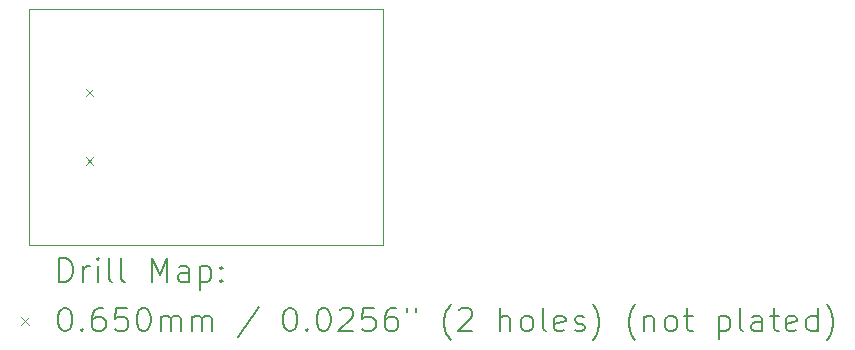
<source format=gbr>
%TF.GenerationSoftware,KiCad,Pcbnew,8.0.3-8.0.3-0~ubuntu24.04.1*%
%TF.CreationDate,2024-07-06T11:56:43-06:00*%
%TF.ProjectId,esp-prog,6573702d-7072-46f6-972e-6b696361645f,rev?*%
%TF.SameCoordinates,Original*%
%TF.FileFunction,Drillmap*%
%TF.FilePolarity,Positive*%
%FSLAX45Y45*%
G04 Gerber Fmt 4.5, Leading zero omitted, Abs format (unit mm)*
G04 Created by KiCad (PCBNEW 8.0.3-8.0.3-0~ubuntu24.04.1) date 2024-07-06 11:56:43*
%MOMM*%
%LPD*%
G01*
G04 APERTURE LIST*
%ADD10C,0.050000*%
%ADD11C,0.200000*%
%ADD12C,0.100000*%
G04 APERTURE END LIST*
D10*
X2000000Y-2000000D02*
X5000000Y-2000000D01*
X5000000Y-4000000D01*
X2000000Y-4000000D01*
X2000000Y-2000000D01*
D11*
D12*
X2480500Y-2678500D02*
X2545500Y-2743500D01*
X2545500Y-2678500D02*
X2480500Y-2743500D01*
X2480500Y-3256500D02*
X2545500Y-3321500D01*
X2545500Y-3256500D02*
X2480500Y-3321500D01*
D11*
X2258277Y-4313984D02*
X2258277Y-4113984D01*
X2258277Y-4113984D02*
X2305896Y-4113984D01*
X2305896Y-4113984D02*
X2334467Y-4123508D01*
X2334467Y-4123508D02*
X2353515Y-4142555D01*
X2353515Y-4142555D02*
X2363039Y-4161603D01*
X2363039Y-4161603D02*
X2372563Y-4199698D01*
X2372563Y-4199698D02*
X2372563Y-4228270D01*
X2372563Y-4228270D02*
X2363039Y-4266365D01*
X2363039Y-4266365D02*
X2353515Y-4285412D01*
X2353515Y-4285412D02*
X2334467Y-4304460D01*
X2334467Y-4304460D02*
X2305896Y-4313984D01*
X2305896Y-4313984D02*
X2258277Y-4313984D01*
X2458277Y-4313984D02*
X2458277Y-4180650D01*
X2458277Y-4218746D02*
X2467801Y-4199698D01*
X2467801Y-4199698D02*
X2477324Y-4190174D01*
X2477324Y-4190174D02*
X2496372Y-4180650D01*
X2496372Y-4180650D02*
X2515420Y-4180650D01*
X2582086Y-4313984D02*
X2582086Y-4180650D01*
X2582086Y-4113984D02*
X2572563Y-4123508D01*
X2572563Y-4123508D02*
X2582086Y-4133031D01*
X2582086Y-4133031D02*
X2591610Y-4123508D01*
X2591610Y-4123508D02*
X2582086Y-4113984D01*
X2582086Y-4113984D02*
X2582086Y-4133031D01*
X2705896Y-4313984D02*
X2686848Y-4304460D01*
X2686848Y-4304460D02*
X2677324Y-4285412D01*
X2677324Y-4285412D02*
X2677324Y-4113984D01*
X2810658Y-4313984D02*
X2791610Y-4304460D01*
X2791610Y-4304460D02*
X2782086Y-4285412D01*
X2782086Y-4285412D02*
X2782086Y-4113984D01*
X3039229Y-4313984D02*
X3039229Y-4113984D01*
X3039229Y-4113984D02*
X3105896Y-4256841D01*
X3105896Y-4256841D02*
X3172562Y-4113984D01*
X3172562Y-4113984D02*
X3172562Y-4313984D01*
X3353515Y-4313984D02*
X3353515Y-4209222D01*
X3353515Y-4209222D02*
X3343991Y-4190174D01*
X3343991Y-4190174D02*
X3324943Y-4180650D01*
X3324943Y-4180650D02*
X3286848Y-4180650D01*
X3286848Y-4180650D02*
X3267801Y-4190174D01*
X3353515Y-4304460D02*
X3334467Y-4313984D01*
X3334467Y-4313984D02*
X3286848Y-4313984D01*
X3286848Y-4313984D02*
X3267801Y-4304460D01*
X3267801Y-4304460D02*
X3258277Y-4285412D01*
X3258277Y-4285412D02*
X3258277Y-4266365D01*
X3258277Y-4266365D02*
X3267801Y-4247317D01*
X3267801Y-4247317D02*
X3286848Y-4237793D01*
X3286848Y-4237793D02*
X3334467Y-4237793D01*
X3334467Y-4237793D02*
X3353515Y-4228270D01*
X3448753Y-4180650D02*
X3448753Y-4380650D01*
X3448753Y-4190174D02*
X3467801Y-4180650D01*
X3467801Y-4180650D02*
X3505896Y-4180650D01*
X3505896Y-4180650D02*
X3524943Y-4190174D01*
X3524943Y-4190174D02*
X3534467Y-4199698D01*
X3534467Y-4199698D02*
X3543991Y-4218746D01*
X3543991Y-4218746D02*
X3543991Y-4275889D01*
X3543991Y-4275889D02*
X3534467Y-4294936D01*
X3534467Y-4294936D02*
X3524943Y-4304460D01*
X3524943Y-4304460D02*
X3505896Y-4313984D01*
X3505896Y-4313984D02*
X3467801Y-4313984D01*
X3467801Y-4313984D02*
X3448753Y-4304460D01*
X3629705Y-4294936D02*
X3639229Y-4304460D01*
X3639229Y-4304460D02*
X3629705Y-4313984D01*
X3629705Y-4313984D02*
X3620182Y-4304460D01*
X3620182Y-4304460D02*
X3629705Y-4294936D01*
X3629705Y-4294936D02*
X3629705Y-4313984D01*
X3629705Y-4190174D02*
X3639229Y-4199698D01*
X3639229Y-4199698D02*
X3629705Y-4209222D01*
X3629705Y-4209222D02*
X3620182Y-4199698D01*
X3620182Y-4199698D02*
X3629705Y-4190174D01*
X3629705Y-4190174D02*
X3629705Y-4209222D01*
D12*
X1932500Y-4610000D02*
X1997500Y-4675000D01*
X1997500Y-4610000D02*
X1932500Y-4675000D01*
D11*
X2296372Y-4533984D02*
X2315420Y-4533984D01*
X2315420Y-4533984D02*
X2334467Y-4543508D01*
X2334467Y-4543508D02*
X2343991Y-4553031D01*
X2343991Y-4553031D02*
X2353515Y-4572079D01*
X2353515Y-4572079D02*
X2363039Y-4610174D01*
X2363039Y-4610174D02*
X2363039Y-4657793D01*
X2363039Y-4657793D02*
X2353515Y-4695889D01*
X2353515Y-4695889D02*
X2343991Y-4714936D01*
X2343991Y-4714936D02*
X2334467Y-4724460D01*
X2334467Y-4724460D02*
X2315420Y-4733984D01*
X2315420Y-4733984D02*
X2296372Y-4733984D01*
X2296372Y-4733984D02*
X2277324Y-4724460D01*
X2277324Y-4724460D02*
X2267801Y-4714936D01*
X2267801Y-4714936D02*
X2258277Y-4695889D01*
X2258277Y-4695889D02*
X2248753Y-4657793D01*
X2248753Y-4657793D02*
X2248753Y-4610174D01*
X2248753Y-4610174D02*
X2258277Y-4572079D01*
X2258277Y-4572079D02*
X2267801Y-4553031D01*
X2267801Y-4553031D02*
X2277324Y-4543508D01*
X2277324Y-4543508D02*
X2296372Y-4533984D01*
X2448753Y-4714936D02*
X2458277Y-4724460D01*
X2458277Y-4724460D02*
X2448753Y-4733984D01*
X2448753Y-4733984D02*
X2439229Y-4724460D01*
X2439229Y-4724460D02*
X2448753Y-4714936D01*
X2448753Y-4714936D02*
X2448753Y-4733984D01*
X2629705Y-4533984D02*
X2591610Y-4533984D01*
X2591610Y-4533984D02*
X2572563Y-4543508D01*
X2572563Y-4543508D02*
X2563039Y-4553031D01*
X2563039Y-4553031D02*
X2543991Y-4581603D01*
X2543991Y-4581603D02*
X2534467Y-4619698D01*
X2534467Y-4619698D02*
X2534467Y-4695889D01*
X2534467Y-4695889D02*
X2543991Y-4714936D01*
X2543991Y-4714936D02*
X2553515Y-4724460D01*
X2553515Y-4724460D02*
X2572563Y-4733984D01*
X2572563Y-4733984D02*
X2610658Y-4733984D01*
X2610658Y-4733984D02*
X2629705Y-4724460D01*
X2629705Y-4724460D02*
X2639229Y-4714936D01*
X2639229Y-4714936D02*
X2648753Y-4695889D01*
X2648753Y-4695889D02*
X2648753Y-4648270D01*
X2648753Y-4648270D02*
X2639229Y-4629222D01*
X2639229Y-4629222D02*
X2629705Y-4619698D01*
X2629705Y-4619698D02*
X2610658Y-4610174D01*
X2610658Y-4610174D02*
X2572563Y-4610174D01*
X2572563Y-4610174D02*
X2553515Y-4619698D01*
X2553515Y-4619698D02*
X2543991Y-4629222D01*
X2543991Y-4629222D02*
X2534467Y-4648270D01*
X2829705Y-4533984D02*
X2734467Y-4533984D01*
X2734467Y-4533984D02*
X2724944Y-4629222D01*
X2724944Y-4629222D02*
X2734467Y-4619698D01*
X2734467Y-4619698D02*
X2753515Y-4610174D01*
X2753515Y-4610174D02*
X2801134Y-4610174D01*
X2801134Y-4610174D02*
X2820182Y-4619698D01*
X2820182Y-4619698D02*
X2829705Y-4629222D01*
X2829705Y-4629222D02*
X2839229Y-4648270D01*
X2839229Y-4648270D02*
X2839229Y-4695889D01*
X2839229Y-4695889D02*
X2829705Y-4714936D01*
X2829705Y-4714936D02*
X2820182Y-4724460D01*
X2820182Y-4724460D02*
X2801134Y-4733984D01*
X2801134Y-4733984D02*
X2753515Y-4733984D01*
X2753515Y-4733984D02*
X2734467Y-4724460D01*
X2734467Y-4724460D02*
X2724944Y-4714936D01*
X2963039Y-4533984D02*
X2982086Y-4533984D01*
X2982086Y-4533984D02*
X3001134Y-4543508D01*
X3001134Y-4543508D02*
X3010658Y-4553031D01*
X3010658Y-4553031D02*
X3020182Y-4572079D01*
X3020182Y-4572079D02*
X3029705Y-4610174D01*
X3029705Y-4610174D02*
X3029705Y-4657793D01*
X3029705Y-4657793D02*
X3020182Y-4695889D01*
X3020182Y-4695889D02*
X3010658Y-4714936D01*
X3010658Y-4714936D02*
X3001134Y-4724460D01*
X3001134Y-4724460D02*
X2982086Y-4733984D01*
X2982086Y-4733984D02*
X2963039Y-4733984D01*
X2963039Y-4733984D02*
X2943991Y-4724460D01*
X2943991Y-4724460D02*
X2934467Y-4714936D01*
X2934467Y-4714936D02*
X2924943Y-4695889D01*
X2924943Y-4695889D02*
X2915420Y-4657793D01*
X2915420Y-4657793D02*
X2915420Y-4610174D01*
X2915420Y-4610174D02*
X2924943Y-4572079D01*
X2924943Y-4572079D02*
X2934467Y-4553031D01*
X2934467Y-4553031D02*
X2943991Y-4543508D01*
X2943991Y-4543508D02*
X2963039Y-4533984D01*
X3115420Y-4733984D02*
X3115420Y-4600650D01*
X3115420Y-4619698D02*
X3124943Y-4610174D01*
X3124943Y-4610174D02*
X3143991Y-4600650D01*
X3143991Y-4600650D02*
X3172563Y-4600650D01*
X3172563Y-4600650D02*
X3191610Y-4610174D01*
X3191610Y-4610174D02*
X3201134Y-4629222D01*
X3201134Y-4629222D02*
X3201134Y-4733984D01*
X3201134Y-4629222D02*
X3210658Y-4610174D01*
X3210658Y-4610174D02*
X3229705Y-4600650D01*
X3229705Y-4600650D02*
X3258277Y-4600650D01*
X3258277Y-4600650D02*
X3277324Y-4610174D01*
X3277324Y-4610174D02*
X3286848Y-4629222D01*
X3286848Y-4629222D02*
X3286848Y-4733984D01*
X3382086Y-4733984D02*
X3382086Y-4600650D01*
X3382086Y-4619698D02*
X3391610Y-4610174D01*
X3391610Y-4610174D02*
X3410658Y-4600650D01*
X3410658Y-4600650D02*
X3439229Y-4600650D01*
X3439229Y-4600650D02*
X3458277Y-4610174D01*
X3458277Y-4610174D02*
X3467801Y-4629222D01*
X3467801Y-4629222D02*
X3467801Y-4733984D01*
X3467801Y-4629222D02*
X3477324Y-4610174D01*
X3477324Y-4610174D02*
X3496372Y-4600650D01*
X3496372Y-4600650D02*
X3524943Y-4600650D01*
X3524943Y-4600650D02*
X3543991Y-4610174D01*
X3543991Y-4610174D02*
X3553515Y-4629222D01*
X3553515Y-4629222D02*
X3553515Y-4733984D01*
X3943991Y-4524460D02*
X3772563Y-4781603D01*
X4201134Y-4533984D02*
X4220182Y-4533984D01*
X4220182Y-4533984D02*
X4239229Y-4543508D01*
X4239229Y-4543508D02*
X4248753Y-4553031D01*
X4248753Y-4553031D02*
X4258277Y-4572079D01*
X4258277Y-4572079D02*
X4267801Y-4610174D01*
X4267801Y-4610174D02*
X4267801Y-4657793D01*
X4267801Y-4657793D02*
X4258277Y-4695889D01*
X4258277Y-4695889D02*
X4248753Y-4714936D01*
X4248753Y-4714936D02*
X4239229Y-4724460D01*
X4239229Y-4724460D02*
X4220182Y-4733984D01*
X4220182Y-4733984D02*
X4201134Y-4733984D01*
X4201134Y-4733984D02*
X4182086Y-4724460D01*
X4182086Y-4724460D02*
X4172563Y-4714936D01*
X4172563Y-4714936D02*
X4163039Y-4695889D01*
X4163039Y-4695889D02*
X4153515Y-4657793D01*
X4153515Y-4657793D02*
X4153515Y-4610174D01*
X4153515Y-4610174D02*
X4163039Y-4572079D01*
X4163039Y-4572079D02*
X4172563Y-4553031D01*
X4172563Y-4553031D02*
X4182086Y-4543508D01*
X4182086Y-4543508D02*
X4201134Y-4533984D01*
X4353515Y-4714936D02*
X4363039Y-4724460D01*
X4363039Y-4724460D02*
X4353515Y-4733984D01*
X4353515Y-4733984D02*
X4343991Y-4724460D01*
X4343991Y-4724460D02*
X4353515Y-4714936D01*
X4353515Y-4714936D02*
X4353515Y-4733984D01*
X4486848Y-4533984D02*
X4505896Y-4533984D01*
X4505896Y-4533984D02*
X4524944Y-4543508D01*
X4524944Y-4543508D02*
X4534468Y-4553031D01*
X4534468Y-4553031D02*
X4543991Y-4572079D01*
X4543991Y-4572079D02*
X4553515Y-4610174D01*
X4553515Y-4610174D02*
X4553515Y-4657793D01*
X4553515Y-4657793D02*
X4543991Y-4695889D01*
X4543991Y-4695889D02*
X4534468Y-4714936D01*
X4534468Y-4714936D02*
X4524944Y-4724460D01*
X4524944Y-4724460D02*
X4505896Y-4733984D01*
X4505896Y-4733984D02*
X4486848Y-4733984D01*
X4486848Y-4733984D02*
X4467801Y-4724460D01*
X4467801Y-4724460D02*
X4458277Y-4714936D01*
X4458277Y-4714936D02*
X4448753Y-4695889D01*
X4448753Y-4695889D02*
X4439229Y-4657793D01*
X4439229Y-4657793D02*
X4439229Y-4610174D01*
X4439229Y-4610174D02*
X4448753Y-4572079D01*
X4448753Y-4572079D02*
X4458277Y-4553031D01*
X4458277Y-4553031D02*
X4467801Y-4543508D01*
X4467801Y-4543508D02*
X4486848Y-4533984D01*
X4629706Y-4553031D02*
X4639229Y-4543508D01*
X4639229Y-4543508D02*
X4658277Y-4533984D01*
X4658277Y-4533984D02*
X4705896Y-4533984D01*
X4705896Y-4533984D02*
X4724944Y-4543508D01*
X4724944Y-4543508D02*
X4734468Y-4553031D01*
X4734468Y-4553031D02*
X4743991Y-4572079D01*
X4743991Y-4572079D02*
X4743991Y-4591127D01*
X4743991Y-4591127D02*
X4734468Y-4619698D01*
X4734468Y-4619698D02*
X4620182Y-4733984D01*
X4620182Y-4733984D02*
X4743991Y-4733984D01*
X4924944Y-4533984D02*
X4829706Y-4533984D01*
X4829706Y-4533984D02*
X4820182Y-4629222D01*
X4820182Y-4629222D02*
X4829706Y-4619698D01*
X4829706Y-4619698D02*
X4848753Y-4610174D01*
X4848753Y-4610174D02*
X4896372Y-4610174D01*
X4896372Y-4610174D02*
X4915420Y-4619698D01*
X4915420Y-4619698D02*
X4924944Y-4629222D01*
X4924944Y-4629222D02*
X4934468Y-4648270D01*
X4934468Y-4648270D02*
X4934468Y-4695889D01*
X4934468Y-4695889D02*
X4924944Y-4714936D01*
X4924944Y-4714936D02*
X4915420Y-4724460D01*
X4915420Y-4724460D02*
X4896372Y-4733984D01*
X4896372Y-4733984D02*
X4848753Y-4733984D01*
X4848753Y-4733984D02*
X4829706Y-4724460D01*
X4829706Y-4724460D02*
X4820182Y-4714936D01*
X5105896Y-4533984D02*
X5067801Y-4533984D01*
X5067801Y-4533984D02*
X5048753Y-4543508D01*
X5048753Y-4543508D02*
X5039229Y-4553031D01*
X5039229Y-4553031D02*
X5020182Y-4581603D01*
X5020182Y-4581603D02*
X5010658Y-4619698D01*
X5010658Y-4619698D02*
X5010658Y-4695889D01*
X5010658Y-4695889D02*
X5020182Y-4714936D01*
X5020182Y-4714936D02*
X5029706Y-4724460D01*
X5029706Y-4724460D02*
X5048753Y-4733984D01*
X5048753Y-4733984D02*
X5086849Y-4733984D01*
X5086849Y-4733984D02*
X5105896Y-4724460D01*
X5105896Y-4724460D02*
X5115420Y-4714936D01*
X5115420Y-4714936D02*
X5124944Y-4695889D01*
X5124944Y-4695889D02*
X5124944Y-4648270D01*
X5124944Y-4648270D02*
X5115420Y-4629222D01*
X5115420Y-4629222D02*
X5105896Y-4619698D01*
X5105896Y-4619698D02*
X5086849Y-4610174D01*
X5086849Y-4610174D02*
X5048753Y-4610174D01*
X5048753Y-4610174D02*
X5029706Y-4619698D01*
X5029706Y-4619698D02*
X5020182Y-4629222D01*
X5020182Y-4629222D02*
X5010658Y-4648270D01*
X5201134Y-4533984D02*
X5201134Y-4572079D01*
X5277325Y-4533984D02*
X5277325Y-4572079D01*
X5572563Y-4810174D02*
X5563039Y-4800650D01*
X5563039Y-4800650D02*
X5543991Y-4772079D01*
X5543991Y-4772079D02*
X5534468Y-4753031D01*
X5534468Y-4753031D02*
X5524944Y-4724460D01*
X5524944Y-4724460D02*
X5515420Y-4676841D01*
X5515420Y-4676841D02*
X5515420Y-4638746D01*
X5515420Y-4638746D02*
X5524944Y-4591127D01*
X5524944Y-4591127D02*
X5534468Y-4562555D01*
X5534468Y-4562555D02*
X5543991Y-4543508D01*
X5543991Y-4543508D02*
X5563039Y-4514936D01*
X5563039Y-4514936D02*
X5572563Y-4505412D01*
X5639229Y-4553031D02*
X5648753Y-4543508D01*
X5648753Y-4543508D02*
X5667801Y-4533984D01*
X5667801Y-4533984D02*
X5715420Y-4533984D01*
X5715420Y-4533984D02*
X5734468Y-4543508D01*
X5734468Y-4543508D02*
X5743991Y-4553031D01*
X5743991Y-4553031D02*
X5753515Y-4572079D01*
X5753515Y-4572079D02*
X5753515Y-4591127D01*
X5753515Y-4591127D02*
X5743991Y-4619698D01*
X5743991Y-4619698D02*
X5629706Y-4733984D01*
X5629706Y-4733984D02*
X5753515Y-4733984D01*
X5991610Y-4733984D02*
X5991610Y-4533984D01*
X6077325Y-4733984D02*
X6077325Y-4629222D01*
X6077325Y-4629222D02*
X6067801Y-4610174D01*
X6067801Y-4610174D02*
X6048753Y-4600650D01*
X6048753Y-4600650D02*
X6020182Y-4600650D01*
X6020182Y-4600650D02*
X6001134Y-4610174D01*
X6001134Y-4610174D02*
X5991610Y-4619698D01*
X6201134Y-4733984D02*
X6182087Y-4724460D01*
X6182087Y-4724460D02*
X6172563Y-4714936D01*
X6172563Y-4714936D02*
X6163039Y-4695889D01*
X6163039Y-4695889D02*
X6163039Y-4638746D01*
X6163039Y-4638746D02*
X6172563Y-4619698D01*
X6172563Y-4619698D02*
X6182087Y-4610174D01*
X6182087Y-4610174D02*
X6201134Y-4600650D01*
X6201134Y-4600650D02*
X6229706Y-4600650D01*
X6229706Y-4600650D02*
X6248753Y-4610174D01*
X6248753Y-4610174D02*
X6258277Y-4619698D01*
X6258277Y-4619698D02*
X6267801Y-4638746D01*
X6267801Y-4638746D02*
X6267801Y-4695889D01*
X6267801Y-4695889D02*
X6258277Y-4714936D01*
X6258277Y-4714936D02*
X6248753Y-4724460D01*
X6248753Y-4724460D02*
X6229706Y-4733984D01*
X6229706Y-4733984D02*
X6201134Y-4733984D01*
X6382087Y-4733984D02*
X6363039Y-4724460D01*
X6363039Y-4724460D02*
X6353515Y-4705412D01*
X6353515Y-4705412D02*
X6353515Y-4533984D01*
X6534468Y-4724460D02*
X6515420Y-4733984D01*
X6515420Y-4733984D02*
X6477325Y-4733984D01*
X6477325Y-4733984D02*
X6458277Y-4724460D01*
X6458277Y-4724460D02*
X6448753Y-4705412D01*
X6448753Y-4705412D02*
X6448753Y-4629222D01*
X6448753Y-4629222D02*
X6458277Y-4610174D01*
X6458277Y-4610174D02*
X6477325Y-4600650D01*
X6477325Y-4600650D02*
X6515420Y-4600650D01*
X6515420Y-4600650D02*
X6534468Y-4610174D01*
X6534468Y-4610174D02*
X6543991Y-4629222D01*
X6543991Y-4629222D02*
X6543991Y-4648270D01*
X6543991Y-4648270D02*
X6448753Y-4667317D01*
X6620182Y-4724460D02*
X6639230Y-4733984D01*
X6639230Y-4733984D02*
X6677325Y-4733984D01*
X6677325Y-4733984D02*
X6696372Y-4724460D01*
X6696372Y-4724460D02*
X6705896Y-4705412D01*
X6705896Y-4705412D02*
X6705896Y-4695889D01*
X6705896Y-4695889D02*
X6696372Y-4676841D01*
X6696372Y-4676841D02*
X6677325Y-4667317D01*
X6677325Y-4667317D02*
X6648753Y-4667317D01*
X6648753Y-4667317D02*
X6629706Y-4657793D01*
X6629706Y-4657793D02*
X6620182Y-4638746D01*
X6620182Y-4638746D02*
X6620182Y-4629222D01*
X6620182Y-4629222D02*
X6629706Y-4610174D01*
X6629706Y-4610174D02*
X6648753Y-4600650D01*
X6648753Y-4600650D02*
X6677325Y-4600650D01*
X6677325Y-4600650D02*
X6696372Y-4610174D01*
X6772563Y-4810174D02*
X6782087Y-4800650D01*
X6782087Y-4800650D02*
X6801134Y-4772079D01*
X6801134Y-4772079D02*
X6810658Y-4753031D01*
X6810658Y-4753031D02*
X6820182Y-4724460D01*
X6820182Y-4724460D02*
X6829706Y-4676841D01*
X6829706Y-4676841D02*
X6829706Y-4638746D01*
X6829706Y-4638746D02*
X6820182Y-4591127D01*
X6820182Y-4591127D02*
X6810658Y-4562555D01*
X6810658Y-4562555D02*
X6801134Y-4543508D01*
X6801134Y-4543508D02*
X6782087Y-4514936D01*
X6782087Y-4514936D02*
X6772563Y-4505412D01*
X7134468Y-4810174D02*
X7124944Y-4800650D01*
X7124944Y-4800650D02*
X7105896Y-4772079D01*
X7105896Y-4772079D02*
X7096372Y-4753031D01*
X7096372Y-4753031D02*
X7086849Y-4724460D01*
X7086849Y-4724460D02*
X7077325Y-4676841D01*
X7077325Y-4676841D02*
X7077325Y-4638746D01*
X7077325Y-4638746D02*
X7086849Y-4591127D01*
X7086849Y-4591127D02*
X7096372Y-4562555D01*
X7096372Y-4562555D02*
X7105896Y-4543508D01*
X7105896Y-4543508D02*
X7124944Y-4514936D01*
X7124944Y-4514936D02*
X7134468Y-4505412D01*
X7210658Y-4600650D02*
X7210658Y-4733984D01*
X7210658Y-4619698D02*
X7220182Y-4610174D01*
X7220182Y-4610174D02*
X7239230Y-4600650D01*
X7239230Y-4600650D02*
X7267801Y-4600650D01*
X7267801Y-4600650D02*
X7286849Y-4610174D01*
X7286849Y-4610174D02*
X7296372Y-4629222D01*
X7296372Y-4629222D02*
X7296372Y-4733984D01*
X7420182Y-4733984D02*
X7401134Y-4724460D01*
X7401134Y-4724460D02*
X7391611Y-4714936D01*
X7391611Y-4714936D02*
X7382087Y-4695889D01*
X7382087Y-4695889D02*
X7382087Y-4638746D01*
X7382087Y-4638746D02*
X7391611Y-4619698D01*
X7391611Y-4619698D02*
X7401134Y-4610174D01*
X7401134Y-4610174D02*
X7420182Y-4600650D01*
X7420182Y-4600650D02*
X7448753Y-4600650D01*
X7448753Y-4600650D02*
X7467801Y-4610174D01*
X7467801Y-4610174D02*
X7477325Y-4619698D01*
X7477325Y-4619698D02*
X7486849Y-4638746D01*
X7486849Y-4638746D02*
X7486849Y-4695889D01*
X7486849Y-4695889D02*
X7477325Y-4714936D01*
X7477325Y-4714936D02*
X7467801Y-4724460D01*
X7467801Y-4724460D02*
X7448753Y-4733984D01*
X7448753Y-4733984D02*
X7420182Y-4733984D01*
X7543992Y-4600650D02*
X7620182Y-4600650D01*
X7572563Y-4533984D02*
X7572563Y-4705412D01*
X7572563Y-4705412D02*
X7582087Y-4724460D01*
X7582087Y-4724460D02*
X7601134Y-4733984D01*
X7601134Y-4733984D02*
X7620182Y-4733984D01*
X7839230Y-4600650D02*
X7839230Y-4800650D01*
X7839230Y-4610174D02*
X7858277Y-4600650D01*
X7858277Y-4600650D02*
X7896373Y-4600650D01*
X7896373Y-4600650D02*
X7915420Y-4610174D01*
X7915420Y-4610174D02*
X7924944Y-4619698D01*
X7924944Y-4619698D02*
X7934468Y-4638746D01*
X7934468Y-4638746D02*
X7934468Y-4695889D01*
X7934468Y-4695889D02*
X7924944Y-4714936D01*
X7924944Y-4714936D02*
X7915420Y-4724460D01*
X7915420Y-4724460D02*
X7896373Y-4733984D01*
X7896373Y-4733984D02*
X7858277Y-4733984D01*
X7858277Y-4733984D02*
X7839230Y-4724460D01*
X8048753Y-4733984D02*
X8029706Y-4724460D01*
X8029706Y-4724460D02*
X8020182Y-4705412D01*
X8020182Y-4705412D02*
X8020182Y-4533984D01*
X8210658Y-4733984D02*
X8210658Y-4629222D01*
X8210658Y-4629222D02*
X8201134Y-4610174D01*
X8201134Y-4610174D02*
X8182087Y-4600650D01*
X8182087Y-4600650D02*
X8143992Y-4600650D01*
X8143992Y-4600650D02*
X8124944Y-4610174D01*
X8210658Y-4724460D02*
X8191611Y-4733984D01*
X8191611Y-4733984D02*
X8143992Y-4733984D01*
X8143992Y-4733984D02*
X8124944Y-4724460D01*
X8124944Y-4724460D02*
X8115420Y-4705412D01*
X8115420Y-4705412D02*
X8115420Y-4686365D01*
X8115420Y-4686365D02*
X8124944Y-4667317D01*
X8124944Y-4667317D02*
X8143992Y-4657793D01*
X8143992Y-4657793D02*
X8191611Y-4657793D01*
X8191611Y-4657793D02*
X8210658Y-4648270D01*
X8277325Y-4600650D02*
X8353515Y-4600650D01*
X8305896Y-4533984D02*
X8305896Y-4705412D01*
X8305896Y-4705412D02*
X8315420Y-4724460D01*
X8315420Y-4724460D02*
X8334468Y-4733984D01*
X8334468Y-4733984D02*
X8353515Y-4733984D01*
X8496373Y-4724460D02*
X8477325Y-4733984D01*
X8477325Y-4733984D02*
X8439230Y-4733984D01*
X8439230Y-4733984D02*
X8420182Y-4724460D01*
X8420182Y-4724460D02*
X8410658Y-4705412D01*
X8410658Y-4705412D02*
X8410658Y-4629222D01*
X8410658Y-4629222D02*
X8420182Y-4610174D01*
X8420182Y-4610174D02*
X8439230Y-4600650D01*
X8439230Y-4600650D02*
X8477325Y-4600650D01*
X8477325Y-4600650D02*
X8496373Y-4610174D01*
X8496373Y-4610174D02*
X8505896Y-4629222D01*
X8505896Y-4629222D02*
X8505896Y-4648270D01*
X8505896Y-4648270D02*
X8410658Y-4667317D01*
X8677325Y-4733984D02*
X8677325Y-4533984D01*
X8677325Y-4724460D02*
X8658277Y-4733984D01*
X8658277Y-4733984D02*
X8620182Y-4733984D01*
X8620182Y-4733984D02*
X8601135Y-4724460D01*
X8601135Y-4724460D02*
X8591611Y-4714936D01*
X8591611Y-4714936D02*
X8582087Y-4695889D01*
X8582087Y-4695889D02*
X8582087Y-4638746D01*
X8582087Y-4638746D02*
X8591611Y-4619698D01*
X8591611Y-4619698D02*
X8601135Y-4610174D01*
X8601135Y-4610174D02*
X8620182Y-4600650D01*
X8620182Y-4600650D02*
X8658277Y-4600650D01*
X8658277Y-4600650D02*
X8677325Y-4610174D01*
X8753516Y-4810174D02*
X8763039Y-4800650D01*
X8763039Y-4800650D02*
X8782087Y-4772079D01*
X8782087Y-4772079D02*
X8791611Y-4753031D01*
X8791611Y-4753031D02*
X8801135Y-4724460D01*
X8801135Y-4724460D02*
X8810658Y-4676841D01*
X8810658Y-4676841D02*
X8810658Y-4638746D01*
X8810658Y-4638746D02*
X8801135Y-4591127D01*
X8801135Y-4591127D02*
X8791611Y-4562555D01*
X8791611Y-4562555D02*
X8782087Y-4543508D01*
X8782087Y-4543508D02*
X8763039Y-4514936D01*
X8763039Y-4514936D02*
X8753516Y-4505412D01*
M02*

</source>
